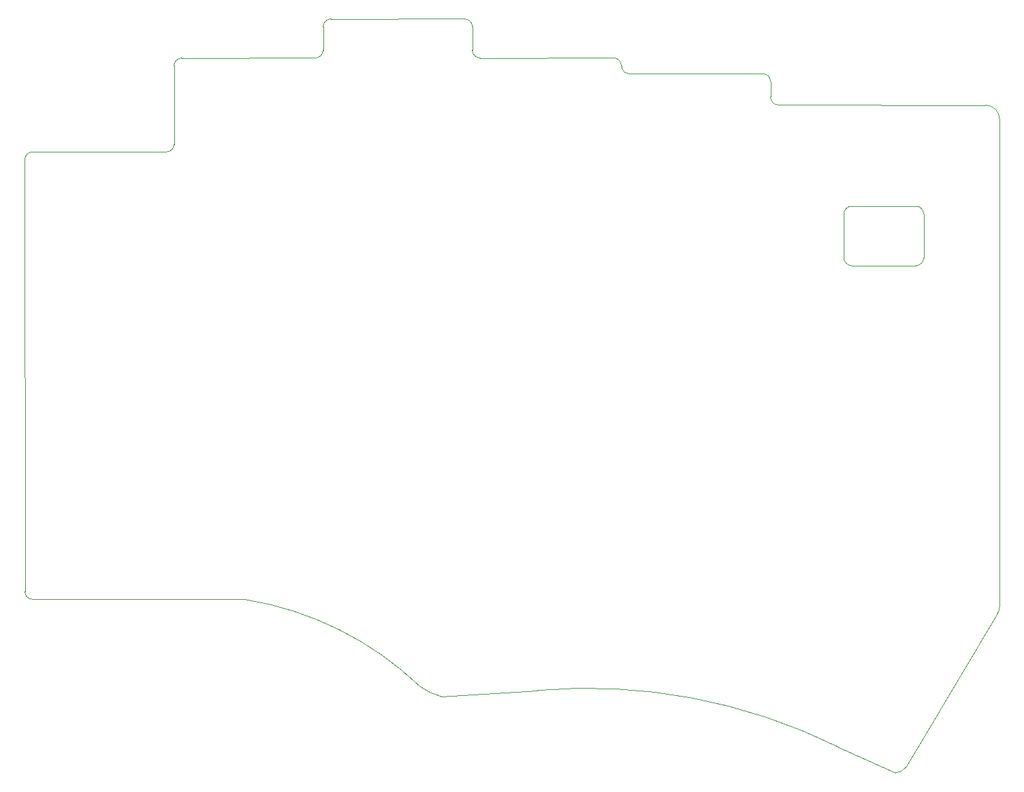
<source format=gm1>
%TF.GenerationSoftware,KiCad,Pcbnew,(7.0.0)*%
%TF.CreationDate,2023-03-01T21:35:25+09:00*%
%TF.ProjectId,keyboard_pcb,6b657962-6f61-4726-945f-7063622e6b69,rev1.0*%
%TF.SameCoordinates,Original*%
%TF.FileFunction,Profile,NP*%
%FSLAX46Y46*%
G04 Gerber Fmt 4.6, Leading zero omitted, Abs format (unit mm)*
G04 Created by KiCad (PCBNEW (7.0.0)) date 2023-03-01 21:35:25*
%MOMM*%
%LPD*%
G01*
G04 APERTURE LIST*
%TA.AperFunction,Profile*%
%ADD10C,0.100000*%
%TD*%
G04 APERTURE END LIST*
D10*
X173525000Y-47365600D02*
X173525000Y-49362799D01*
X182900000Y-69900000D02*
X182900000Y-64300000D01*
X202800000Y-52200000D02*
G75*
G03*
X201000000Y-50400000I-1800000J0D01*
G01*
X79275001Y-113532600D02*
X106500000Y-113541387D01*
X190821688Y-134962630D02*
X202434044Y-115487896D01*
X79265600Y-56373199D02*
G75*
G03*
X78265599Y-57373201I0J-1000001D01*
G01*
X135436907Y-43381892D02*
G75*
G03*
X136436908Y-44381893I999993J-8D01*
G01*
X192100000Y-70900000D02*
X183900000Y-70900000D01*
X131437200Y-125953200D02*
X143787732Y-125159954D01*
X172525000Y-46365599D02*
X155475000Y-46388493D01*
X154475001Y-45359000D02*
G75*
G03*
X153475000Y-44358999I-1000001J0D01*
G01*
X183900000Y-63300000D02*
G75*
G03*
X182900000Y-64300000I0J-1000000D01*
G01*
X128736979Y-124644091D02*
G75*
G03*
X106496557Y-113562487I-28998979J-30341309D01*
G01*
X116375000Y-40380600D02*
X116375000Y-43368400D01*
X201000000Y-50400000D02*
X174525000Y-50362800D01*
X135436908Y-43381892D02*
X135438492Y-40376508D01*
X192100000Y-70900000D02*
G75*
G03*
X193100000Y-69900000I0J1000000D01*
G01*
X115374999Y-44368400D02*
G75*
G03*
X116375000Y-43368400I1J1000000D01*
G01*
X96324999Y-56382600D02*
G75*
G03*
X97325000Y-55382600I1J1000000D01*
G01*
X193092893Y-64300000D02*
X193100000Y-69900000D01*
X173525001Y-47365600D02*
G75*
G03*
X172525000Y-46365599I-1000001J0D01*
G01*
X202434044Y-115487896D02*
G75*
G03*
X202800000Y-114400000I-1434044J1087896D01*
G01*
X135438493Y-40376508D02*
G75*
G03*
X134438492Y-39376507I-999993J8D01*
G01*
X97325000Y-45380308D02*
X97325000Y-55382600D01*
X96324999Y-56382600D02*
X79265600Y-56373201D01*
X78275000Y-112532600D02*
G75*
G03*
X79275001Y-113532600I1000000J0D01*
G01*
X154475000Y-45359000D02*
X154500400Y-45638400D01*
X202800000Y-114400000D02*
X202800000Y-113200000D01*
X182117131Y-132359953D02*
X189501600Y-135681400D01*
X98325001Y-44380300D02*
G75*
G03*
X97325000Y-45380308I-1J-1000000D01*
G01*
X78265599Y-57373201D02*
X78275000Y-112532600D01*
X193092900Y-64300000D02*
G75*
G03*
X192092893Y-63300000I-1000000J0D01*
G01*
X182900000Y-69900000D02*
G75*
G03*
X183900000Y-70900000I1000000J0D01*
G01*
X128736979Y-124644091D02*
G75*
G03*
X131436757Y-125929583I4503621J5980691D01*
G01*
X154500406Y-45638399D02*
G75*
G03*
X155475000Y-46394623I974594J249899D01*
G01*
X134438492Y-39376507D02*
X117375001Y-39380600D01*
X183900000Y-63300000D02*
X192092893Y-63300000D01*
X115374999Y-44368400D02*
X98325001Y-44380308D01*
X202800000Y-113200000D02*
X202800000Y-52200000D01*
X173525000Y-49362799D02*
G75*
G03*
X174525000Y-50362800I1000000J-1D01*
G01*
X189501600Y-135681411D02*
G75*
G03*
X190833322Y-134970264I14300J1575711D01*
G01*
X153475000Y-44358999D02*
X136436908Y-44381893D01*
X117375001Y-39380600D02*
G75*
G03*
X116375000Y-40380600I-1J-1000000D01*
G01*
X182117130Y-132359955D02*
G75*
G03*
X143787732Y-125159955I-32005470J-64758195D01*
G01*
M02*

</source>
